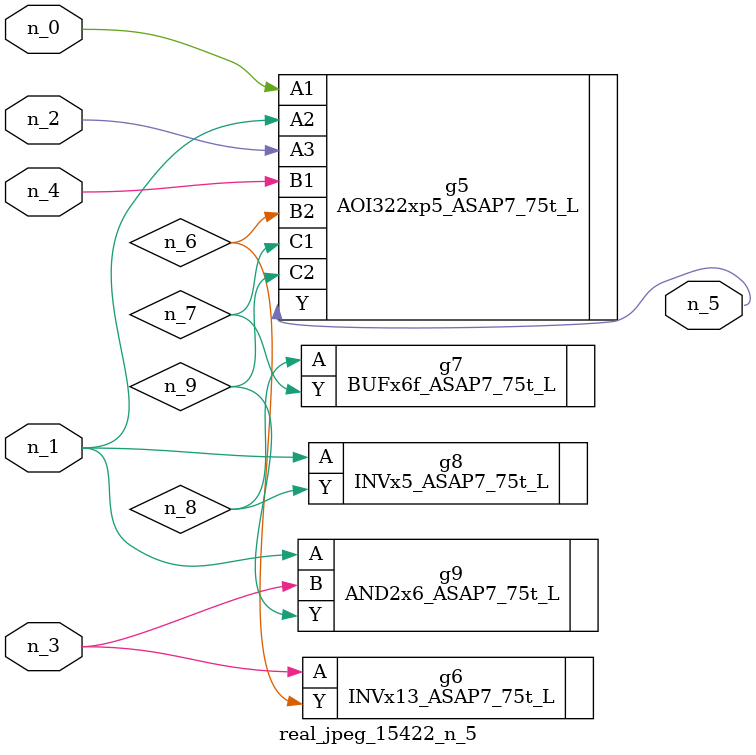
<source format=v>
module real_jpeg_15422_n_5 (n_4, n_0, n_1, n_2, n_3, n_5);

input n_4;
input n_0;
input n_1;
input n_2;
input n_3;

output n_5;

wire n_8;
wire n_6;
wire n_7;
wire n_9;

AOI322xp5_ASAP7_75t_L g5 ( 
.A1(n_0),
.A2(n_1),
.A3(n_2),
.B1(n_4),
.B2(n_6),
.C1(n_7),
.C2(n_9),
.Y(n_5)
);

INVx5_ASAP7_75t_L g8 ( 
.A(n_1),
.Y(n_8)
);

AND2x6_ASAP7_75t_L g9 ( 
.A(n_1),
.B(n_3),
.Y(n_9)
);

INVx13_ASAP7_75t_L g6 ( 
.A(n_3),
.Y(n_6)
);

BUFx6f_ASAP7_75t_L g7 ( 
.A(n_8),
.Y(n_7)
);


endmodule
</source>
